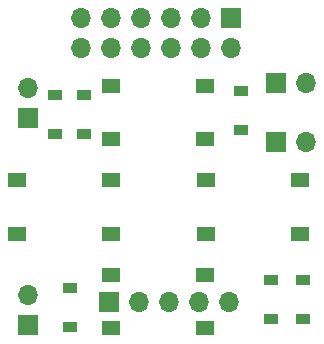
<source format=gbr>
%TF.GenerationSoftware,KiCad,Pcbnew,6.0.11+dfsg-1*%
%TF.CreationDate,2023-02-19T01:13:17+01:00*%
%TF.ProjectId,Controller,436f6e74-726f-46c6-9c65-722e6b696361,rev?*%
%TF.SameCoordinates,Original*%
%TF.FileFunction,Soldermask,Bot*%
%TF.FilePolarity,Negative*%
%FSLAX46Y46*%
G04 Gerber Fmt 4.6, Leading zero omitted, Abs format (unit mm)*
G04 Created by KiCad (PCBNEW 6.0.11+dfsg-1) date 2023-02-19 01:13:17*
%MOMM*%
%LPD*%
G01*
G04 APERTURE LIST*
%ADD10R,1.700000X1.700000*%
%ADD11O,1.700000X1.700000*%
%ADD12R,1.200000X0.900000*%
%ADD13R,1.550000X1.300000*%
G04 APERTURE END LIST*
D10*
%TO.C,J1*%
X120120000Y-61500000D03*
D11*
X120120000Y-64040000D03*
X117580000Y-61500000D03*
X117580000Y-64040000D03*
X115040000Y-61500000D03*
X115040000Y-64040000D03*
X112500000Y-61500000D03*
X112500000Y-64040000D03*
X109960000Y-61500000D03*
X109960000Y-64040000D03*
X107420000Y-61500000D03*
X107420000Y-64040000D03*
%TD*%
D10*
%TO.C,J3*%
X124000000Y-72000000D03*
D11*
X126540000Y-72000000D03*
%TD*%
D10*
%TO.C,J4*%
X124000000Y-67000000D03*
D11*
X126540000Y-67000000D03*
%TD*%
D10*
%TO.C,J6*%
X103000000Y-70000000D03*
D11*
X103000000Y-67460000D03*
%TD*%
D10*
%TO.C,J5*%
X103000000Y-87500000D03*
D11*
X103000000Y-84960000D03*
%TD*%
D10*
%TO.C,J2*%
X109840000Y-85500000D03*
D11*
X112380000Y-85500000D03*
X114920000Y-85500000D03*
X117460000Y-85500000D03*
X120000000Y-85500000D03*
%TD*%
D12*
%TO.C,D2*%
X126238000Y-87000000D03*
X126238000Y-83700000D03*
%TD*%
%TO.C,D3*%
X106500000Y-87650000D03*
X106500000Y-84350000D03*
%TD*%
%TO.C,D4*%
X107750000Y-71300000D03*
X107750000Y-68000000D03*
%TD*%
%TO.C,D6*%
X105250000Y-71300000D03*
X105250000Y-68000000D03*
%TD*%
D13*
%TO.C,SW1*%
X125975000Y-79750000D03*
X118025000Y-79750000D03*
X118025000Y-75250000D03*
X125975000Y-75250000D03*
%TD*%
%TO.C,SW3*%
X109975000Y-79750000D03*
X102025000Y-79750000D03*
X109975000Y-75250000D03*
X102025000Y-75250000D03*
%TD*%
%TO.C,SW4*%
X110025000Y-71750000D03*
X117975000Y-71750000D03*
X117975000Y-67250000D03*
X110025000Y-67250000D03*
%TD*%
%TO.C,SW5*%
X110025000Y-83250000D03*
X117975000Y-83250000D03*
X117975000Y-87750000D03*
X110025000Y-87750000D03*
%TD*%
D12*
%TO.C,D1*%
X121000000Y-71000000D03*
X121000000Y-67700000D03*
%TD*%
%TO.C,D5*%
X123500000Y-87000000D03*
X123500000Y-83700000D03*
%TD*%
M02*

</source>
